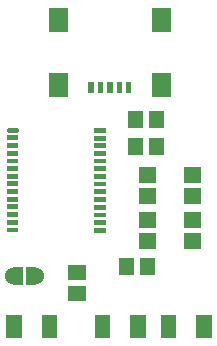
<source format=gbr>
G04 start of page 10 for group -4015 idx -4015 *
G04 Title: (unknown), toppaste *
G04 Creator: pcb 4.0.2 *
G04 CreationDate: Sat May 14 18:28:01 2022 UTC *
G04 For: railfan *
G04 Format: Gerber/RS-274X *
G04 PCB-Dimensions (mil): 1000.00 1250.00 *
G04 PCB-Coordinate-Origin: lower left *
%MOIN*%
%FSLAX25Y25*%
%LNTOPPASTE*%
%ADD48C,0.0600*%
%ADD47C,0.0160*%
%ADD46C,0.0001*%
G54D46*G36*
X57185Y92118D02*X55413D01*
Y88181D01*
X57185D01*
Y92118D01*
G37*
G36*
X54035D02*X52264D01*
Y88181D01*
X54035D01*
Y92118D01*
G37*
G36*
X50886D02*X49114D01*
Y88181D01*
X50886D01*
Y92118D01*
G37*
G36*
X47736D02*X45965D01*
Y88181D01*
X47736D01*
Y92118D01*
G37*
G36*
X44587D02*X42815D01*
Y88181D01*
X44587D01*
Y92118D01*
G37*
G36*
X70276Y116626D02*X63976D01*
Y108752D01*
X70276D01*
Y116626D01*
G37*
G36*
X36024D02*X29724D01*
Y108752D01*
X36024D01*
Y116626D01*
G37*
G36*
X70276Y94972D02*X63976D01*
Y87098D01*
X70276D01*
Y94972D01*
G37*
G36*
X36024D02*X29724D01*
Y87098D01*
X36024D01*
Y94972D01*
G37*
G36*
X74548Y56516D02*Y51398D01*
X80452D01*
Y56516D01*
X74548D01*
G37*
G36*
Y63602D02*Y58484D01*
X80452D01*
Y63602D01*
X74548D01*
G37*
G36*
X20654Y14240D02*X15536D01*
Y6760D01*
X20654D01*
Y14240D01*
G37*
G36*
X32464D02*X27346D01*
Y6760D01*
X32464D01*
Y14240D01*
G37*
G36*
X36048Y24016D02*Y18898D01*
X41952D01*
Y24016D01*
X36048D01*
G37*
G36*
Y31102D02*Y25984D01*
X41952D01*
Y31102D01*
X36048D01*
G37*
G54D47*X16500Y76000D02*X18700D01*
G54D46*G36*
X15700Y74200D02*Y72600D01*
X19500D01*
Y74200D01*
X15700D01*
G37*
G36*
Y71700D02*Y70100D01*
X19500D01*
Y71700D01*
X15700D01*
G37*
G36*
Y69100D02*Y67500D01*
X19500D01*
Y69100D01*
X15700D01*
G37*
G36*
Y66500D02*Y64900D01*
X19500D01*
Y66500D01*
X15700D01*
G37*
G36*
Y64000D02*Y62400D01*
X19500D01*
Y64000D01*
X15700D01*
G37*
G36*
Y61400D02*Y59800D01*
X19500D01*
Y61400D01*
X15700D01*
G37*
G36*
Y58900D02*Y57300D01*
X19500D01*
Y58900D01*
X15700D01*
G37*
G36*
Y56300D02*Y54700D01*
X19500D01*
Y56300D01*
X15700D01*
G37*
G36*
Y53700D02*Y52100D01*
X19500D01*
Y53700D01*
X15700D01*
G37*
G36*
Y51200D02*Y49600D01*
X19500D01*
Y51200D01*
X15700D01*
G37*
G36*
Y48600D02*Y47000D01*
X19500D01*
Y48600D01*
X15700D01*
G37*
G36*
Y46100D02*Y44500D01*
X19500D01*
Y46100D01*
X15700D01*
G37*
G36*
Y43500D02*Y41900D01*
X19500D01*
Y43500D01*
X15700D01*
G37*
G36*
X44800Y43400D02*Y41800D01*
X48600D01*
Y43400D01*
X44800D01*
G37*
G36*
Y46000D02*Y44400D01*
X48600D01*
Y46000D01*
X44800D01*
G37*
G36*
Y48500D02*Y46900D01*
X48600D01*
Y48500D01*
X44800D01*
G37*
G36*
Y51100D02*Y49500D01*
X48600D01*
Y51100D01*
X44800D01*
G37*
G36*
Y53700D02*Y52100D01*
X48600D01*
Y53700D01*
X44800D01*
G37*
G36*
Y56200D02*Y54600D01*
X48600D01*
Y56200D01*
X44800D01*
G37*
G36*
Y58800D02*Y57200D01*
X48600D01*
Y58800D01*
X44800D01*
G37*
G36*
Y61300D02*Y59700D01*
X48600D01*
Y61300D01*
X44800D01*
G37*
G36*
Y63900D02*Y62300D01*
X48600D01*
Y63900D01*
X44800D01*
G37*
G36*
Y66500D02*Y64900D01*
X48600D01*
Y66500D01*
X44800D01*
G37*
G36*
Y69000D02*Y67400D01*
X48600D01*
Y69000D01*
X44800D01*
G37*
G36*
Y71600D02*Y70000D01*
X48600D01*
Y71600D01*
X44800D01*
G37*
G36*
Y74100D02*Y72500D01*
X48600D01*
Y74100D01*
X44800D01*
G37*
G36*
Y76700D02*Y75100D01*
X48600D01*
Y76700D01*
X44800D01*
G37*
G36*
X61016Y82452D02*X55898D01*
Y76548D01*
X61016D01*
Y82452D01*
G37*
G36*
X68102D02*X62984D01*
Y76548D01*
X68102D01*
Y82452D01*
G37*
G36*
X61016Y73452D02*X55898D01*
Y67548D01*
X61016D01*
Y73452D01*
G37*
G36*
X68102D02*X62984D01*
Y67548D01*
X68102D01*
Y73452D01*
G37*
G36*
X59548Y41516D02*Y36398D01*
X65452D01*
Y41516D01*
X59548D01*
G37*
G36*
Y48602D02*Y43484D01*
X65452D01*
Y48602D01*
X59548D01*
G37*
G36*
Y56516D02*Y51398D01*
X65452D01*
Y56516D01*
X59548D01*
G37*
G36*
Y63602D02*Y58484D01*
X65452D01*
Y63602D01*
X59548D01*
G37*
G36*
X58059Y33452D02*X52941D01*
Y27548D01*
X58059D01*
Y33452D01*
G37*
G36*
X65145D02*X60027D01*
Y27548D01*
X65145D01*
Y33452D01*
G37*
G36*
X50154Y14240D02*X45036D01*
Y6760D01*
X50154D01*
Y14240D01*
G37*
G36*
X61964D02*X56846D01*
Y6760D01*
X61964D01*
Y14240D01*
G37*
G36*
X72154D02*X67036D01*
Y6760D01*
X72154D01*
Y14240D01*
G37*
G36*
X83964D02*X78846D01*
Y6760D01*
X83964D01*
Y14240D01*
G37*
G36*
X74548Y41516D02*Y36398D01*
X80452D01*
Y41516D01*
X74548D01*
G37*
G36*
Y48602D02*Y43484D01*
X80452D01*
Y48602D01*
X74548D01*
G37*
G54D48*X24900Y27500D03*
G54D46*G36*
Y30500D02*X21900D01*
Y24500D01*
X24900D01*
Y30500D01*
G37*
G54D48*X18100Y27500D03*
G54D46*G36*
X21100Y30500D02*X18100D01*
Y24500D01*
X21100D01*
Y30500D01*
G37*
M02*

</source>
